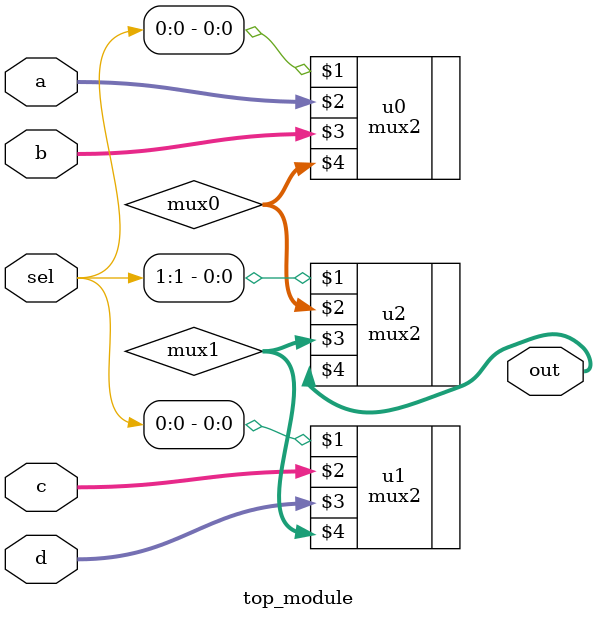
<source format=v>
module top_module (
    input [1:0] sel,
    input [7:0] a,
    input [7:0] b,
    input [7:0] c,
    input [7:0] d,
    output [7:0] out  ); //

    wire[7:0] mux0, mux1;
    mux2 u0 ( sel[0],    a,    b, mux0 );
    mux2 u1 ( sel[0],    c,    d, mux1 );
    mux2 u2 ( sel[1], mux0, mux1,  out );

endmodule

</source>
